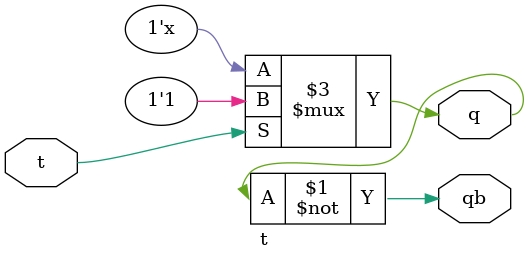
<source format=v>
module t(input t,output reg q,output qb);
assign qb=~q;
always @(*) begin
case ({t})
1'b0:q=q; //reset
1'b1:q=1'b1; //toggle
endcase
end
endmodule

</source>
